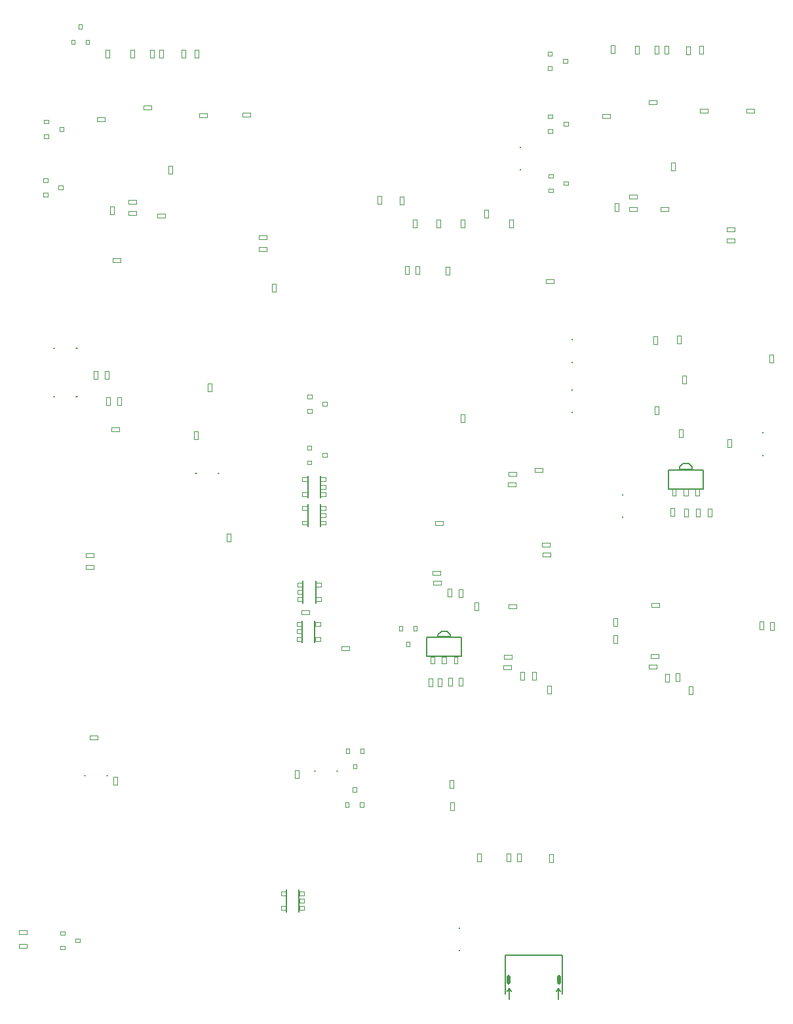
<source format=gbr>
G04 #@! TF.FileFunction,Drawing*
%FSLAX46Y46*%
G04 Gerber Fmt 4.6, Leading zero omitted, Abs format (unit mm)*
G04 Created by KiCad (PCBNEW 4.0.6) date Sunday, November 05, 2017 'PMt' 08:57:24 PM*
%MOMM*%
%LPD*%
G01*
G04 APERTURE LIST*
%ADD10C,0.100000*%
%ADD11C,0.025400*%
%ADD12C,0.066040*%
%ADD13C,0.152400*%
%ADD14C,0.127000*%
%ADD15C,0.508000*%
%ADD16C,0.198120*%
G04 APERTURE END LIST*
D10*
D11*
X116286000Y-94852000D02*
X116794000Y-94852000D01*
X116286000Y-95868000D02*
X116286000Y-94852000D01*
X116794000Y-95868000D02*
X116286000Y-95868000D01*
X116794000Y-94852000D02*
X116794000Y-95868000D01*
X126928000Y-101836000D02*
X126928000Y-102344000D01*
X125912000Y-101836000D02*
X126928000Y-101836000D01*
X125912000Y-102344000D02*
X125912000Y-101836000D01*
X126928000Y-102344000D02*
X125912000Y-102344000D01*
X123448000Y-104174000D02*
X122432000Y-104174000D01*
X122432000Y-104174000D02*
X122432000Y-103666000D01*
X122432000Y-103666000D02*
X123448000Y-103666000D01*
X123448000Y-103666000D02*
X123448000Y-104174000D01*
X123468000Y-102326000D02*
X123468000Y-102834000D01*
X122452000Y-102326000D02*
X123468000Y-102326000D01*
X122452000Y-102834000D02*
X122452000Y-102326000D01*
X123468000Y-102834000D02*
X122452000Y-102834000D01*
X60283000Y-162044000D02*
X59267000Y-162044000D01*
X59267000Y-162044000D02*
X59267000Y-161536000D01*
X59267000Y-161536000D02*
X60283000Y-161536000D01*
X60283000Y-161536000D02*
X60283000Y-162044000D01*
X60258000Y-163261000D02*
X60258000Y-163769000D01*
X59242000Y-163261000D02*
X60258000Y-163261000D01*
X59242000Y-163769000D02*
X59242000Y-163261000D01*
X60258000Y-163769000D02*
X59242000Y-163769000D01*
X96758000Y-120714000D02*
X95742000Y-120714000D01*
X95742000Y-120714000D02*
X95742000Y-120206000D01*
X95742000Y-120206000D02*
X96758000Y-120206000D01*
X96758000Y-120206000D02*
X96758000Y-120714000D01*
X100912000Y-125344000D02*
X100912000Y-124836000D01*
X101928000Y-125344000D02*
X100912000Y-125344000D01*
X101928000Y-124836000D02*
X101928000Y-125344000D01*
X100912000Y-124836000D02*
X101928000Y-124836000D01*
X89108000Y-56444000D02*
X88092000Y-56444000D01*
X88092000Y-56444000D02*
X88092000Y-55936000D01*
X88092000Y-55936000D02*
X89108000Y-55936000D01*
X89108000Y-55936000D02*
X89108000Y-56444000D01*
X71392000Y-75244000D02*
X71392000Y-74736000D01*
X72408000Y-75244000D02*
X71392000Y-75244000D01*
X72408000Y-74736000D02*
X72408000Y-75244000D01*
X71392000Y-74736000D02*
X72408000Y-74736000D01*
X69292000Y-56994000D02*
X69292000Y-56486000D01*
X70308000Y-56994000D02*
X69292000Y-56994000D01*
X70308000Y-56486000D02*
X70308000Y-56994000D01*
X69292000Y-56486000D02*
X70308000Y-56486000D01*
X70546000Y-93698000D02*
X70546000Y-92682000D01*
X70546000Y-92682000D02*
X71054000Y-92682000D01*
X71054000Y-92682000D02*
X71054000Y-93698000D01*
X71054000Y-93698000D02*
X70546000Y-93698000D01*
X71971000Y-93698000D02*
X71971000Y-92682000D01*
X71971000Y-92682000D02*
X72479000Y-92682000D01*
X72479000Y-92682000D02*
X72479000Y-93698000D01*
X72479000Y-93698000D02*
X71971000Y-93698000D01*
X83558000Y-55986000D02*
X83558000Y-56494000D01*
X82542000Y-55986000D02*
X83558000Y-55986000D01*
X82542000Y-56494000D02*
X82542000Y-55986000D01*
X83558000Y-56494000D02*
X82542000Y-56494000D01*
X90192000Y-73286000D02*
X91208000Y-73286000D01*
X91208000Y-73286000D02*
X91208000Y-73794000D01*
X91208000Y-73794000D02*
X90192000Y-73794000D01*
X90192000Y-73794000D02*
X90192000Y-73286000D01*
X90192000Y-71786000D02*
X91208000Y-71786000D01*
X91208000Y-71786000D02*
X91208000Y-72294000D01*
X91208000Y-72294000D02*
X90192000Y-72294000D01*
X90192000Y-72294000D02*
X90192000Y-71786000D01*
X69429000Y-90298000D02*
X68921000Y-90298000D01*
X69429000Y-89282000D02*
X69429000Y-90298000D01*
X68921000Y-89282000D02*
X69429000Y-89282000D01*
X68921000Y-90298000D02*
X68921000Y-89282000D01*
X72183000Y-96611000D02*
X72183000Y-97119000D01*
X71167000Y-96611000D02*
X72183000Y-96611000D01*
X71167000Y-97119000D02*
X71167000Y-96611000D01*
X72183000Y-97119000D02*
X71167000Y-97119000D01*
X83596000Y-90907000D02*
X84104000Y-90907000D01*
X83596000Y-91923000D02*
X83596000Y-90907000D01*
X84104000Y-91923000D02*
X83596000Y-91923000D01*
X84104000Y-90907000D02*
X84104000Y-91923000D01*
X82379000Y-98098000D02*
X81871000Y-98098000D01*
X82379000Y-97082000D02*
X82379000Y-98098000D01*
X81871000Y-97082000D02*
X82379000Y-97082000D01*
X81871000Y-98098000D02*
X81871000Y-97082000D01*
X70879000Y-89282000D02*
X70879000Y-90298000D01*
X70879000Y-90298000D02*
X70371000Y-90298000D01*
X70371000Y-90298000D02*
X70371000Y-89282000D01*
X70371000Y-89282000D02*
X70879000Y-89282000D01*
X79054000Y-63798000D02*
X78546000Y-63798000D01*
X79054000Y-62782000D02*
X79054000Y-63798000D01*
X78546000Y-62782000D02*
X79054000Y-62782000D01*
X78546000Y-63798000D02*
X78546000Y-62782000D01*
X76358000Y-55544000D02*
X75342000Y-55544000D01*
X75342000Y-55544000D02*
X75342000Y-55036000D01*
X75342000Y-55036000D02*
X76358000Y-55036000D01*
X76358000Y-55036000D02*
X76358000Y-55544000D01*
X78158000Y-69444000D02*
X77142000Y-69444000D01*
X77142000Y-69444000D02*
X77142000Y-68936000D01*
X77142000Y-68936000D02*
X78158000Y-68936000D01*
X78158000Y-68936000D02*
X78158000Y-69444000D01*
X73392000Y-67694000D02*
X73392000Y-67186000D01*
X74408000Y-67694000D02*
X73392000Y-67694000D01*
X74408000Y-67186000D02*
X74408000Y-67694000D01*
X73392000Y-67186000D02*
X74408000Y-67186000D01*
X73392000Y-68636000D02*
X74408000Y-68636000D01*
X74408000Y-68636000D02*
X74408000Y-69144000D01*
X74408000Y-69144000D02*
X73392000Y-69144000D01*
X73392000Y-69144000D02*
X73392000Y-68636000D01*
X86071000Y-110257000D02*
X86579000Y-110257000D01*
X86071000Y-111273000D02*
X86071000Y-110257000D01*
X86579000Y-111273000D02*
X86071000Y-111273000D01*
X86579000Y-110257000D02*
X86579000Y-111273000D01*
X71554000Y-68082000D02*
X71554000Y-69098000D01*
X71554000Y-69098000D02*
X71046000Y-69098000D01*
X71046000Y-69098000D02*
X71046000Y-68082000D01*
X71046000Y-68082000D02*
X71554000Y-68082000D01*
X81896000Y-47832000D02*
X82404000Y-47832000D01*
X81896000Y-48848000D02*
X81896000Y-47832000D01*
X82404000Y-48848000D02*
X81896000Y-48848000D01*
X82404000Y-47832000D02*
X82404000Y-48848000D01*
X80754000Y-47832000D02*
X80754000Y-48848000D01*
X80754000Y-48848000D02*
X80246000Y-48848000D01*
X80246000Y-48848000D02*
X80246000Y-47832000D01*
X80246000Y-47832000D02*
X80754000Y-47832000D01*
X76146000Y-47832000D02*
X76654000Y-47832000D01*
X76146000Y-48848000D02*
X76146000Y-47832000D01*
X76654000Y-48848000D02*
X76146000Y-48848000D01*
X76654000Y-47832000D02*
X76654000Y-48848000D01*
X73646000Y-47832000D02*
X74154000Y-47832000D01*
X73646000Y-48848000D02*
X73646000Y-47832000D01*
X74154000Y-48848000D02*
X73646000Y-48848000D01*
X74154000Y-47832000D02*
X74154000Y-48848000D01*
X70446000Y-47832000D02*
X70954000Y-47832000D01*
X70446000Y-48848000D02*
X70446000Y-47832000D01*
X70954000Y-48848000D02*
X70446000Y-48848000D01*
X70954000Y-47832000D02*
X70954000Y-48848000D01*
X77904000Y-47782000D02*
X77904000Y-48798000D01*
X77904000Y-48798000D02*
X77396000Y-48798000D01*
X77396000Y-48798000D02*
X77396000Y-47782000D01*
X77396000Y-47782000D02*
X77904000Y-47782000D01*
X114396000Y-76848000D02*
X114396000Y-75832000D01*
X114396000Y-75832000D02*
X114904000Y-75832000D01*
X114904000Y-75832000D02*
X114904000Y-76848000D01*
X114904000Y-76848000D02*
X114396000Y-76848000D01*
X109654000Y-76798000D02*
X109146000Y-76798000D01*
X109654000Y-75782000D02*
X109654000Y-76798000D01*
X109146000Y-75782000D02*
X109654000Y-75782000D01*
X109146000Y-76798000D02*
X109146000Y-75782000D01*
X111004000Y-76798000D02*
X110496000Y-76798000D01*
X111004000Y-75782000D02*
X111004000Y-76798000D01*
X110496000Y-75782000D02*
X111004000Y-75782000D01*
X110496000Y-76798000D02*
X110496000Y-75782000D01*
X106054000Y-67698000D02*
X105546000Y-67698000D01*
X106054000Y-66682000D02*
X106054000Y-67698000D01*
X105546000Y-66682000D02*
X106054000Y-66682000D01*
X105546000Y-67698000D02*
X105546000Y-66682000D01*
X108396000Y-67748000D02*
X108396000Y-66732000D01*
X108396000Y-66732000D02*
X108904000Y-66732000D01*
X108904000Y-66732000D02*
X108904000Y-67748000D01*
X108904000Y-67748000D02*
X108396000Y-67748000D01*
X67867000Y-114361000D02*
X68883000Y-114361000D01*
X68883000Y-114361000D02*
X68883000Y-114869000D01*
X68883000Y-114869000D02*
X67867000Y-114869000D01*
X67867000Y-114869000D02*
X67867000Y-114361000D01*
X67867000Y-113344000D02*
X67867000Y-112836000D01*
X68883000Y-113344000D02*
X67867000Y-113344000D01*
X68883000Y-112836000D02*
X68883000Y-113344000D01*
X67867000Y-112836000D02*
X68883000Y-112836000D01*
X146666000Y-107052000D02*
X147174000Y-107052000D01*
X146666000Y-108068000D02*
X146666000Y-107052000D01*
X147174000Y-108068000D02*
X146666000Y-108068000D01*
X147174000Y-107052000D02*
X147174000Y-108068000D01*
X148714000Y-107052000D02*
X148714000Y-108068000D01*
X148714000Y-108068000D02*
X148206000Y-108068000D01*
X148206000Y-108068000D02*
X148206000Y-107052000D01*
X148206000Y-107052000D02*
X148714000Y-107052000D01*
X145664000Y-107032000D02*
X145664000Y-108048000D01*
X145664000Y-108048000D02*
X145156000Y-108048000D01*
X145156000Y-108048000D02*
X145156000Y-107032000D01*
X145156000Y-107032000D02*
X145664000Y-107032000D01*
X143386000Y-107012000D02*
X143894000Y-107012000D01*
X143386000Y-108028000D02*
X143386000Y-107012000D01*
X143894000Y-108028000D02*
X143386000Y-108028000D01*
X143894000Y-107012000D02*
X143894000Y-108028000D01*
X122596000Y-69732000D02*
X123104000Y-69732000D01*
X122596000Y-70748000D02*
X122596000Y-69732000D01*
X123104000Y-70748000D02*
X122596000Y-70748000D01*
X123104000Y-69732000D02*
X123104000Y-70748000D01*
X119904000Y-68482000D02*
X119904000Y-69498000D01*
X119904000Y-69498000D02*
X119396000Y-69498000D01*
X119396000Y-69498000D02*
X119396000Y-68482000D01*
X119396000Y-68482000D02*
X119904000Y-68482000D01*
X116804000Y-69732000D02*
X116804000Y-70748000D01*
X116804000Y-70748000D02*
X116296000Y-70748000D01*
X116296000Y-70748000D02*
X116296000Y-69732000D01*
X116296000Y-69732000D02*
X116804000Y-69732000D01*
X113196000Y-69732000D02*
X113704000Y-69732000D01*
X113196000Y-70748000D02*
X113196000Y-69732000D01*
X113704000Y-70748000D02*
X113196000Y-70748000D01*
X113704000Y-69732000D02*
X113704000Y-70748000D01*
X110604000Y-69732000D02*
X110604000Y-70748000D01*
X110604000Y-70748000D02*
X110096000Y-70748000D01*
X110096000Y-70748000D02*
X110096000Y-69732000D01*
X110096000Y-69732000D02*
X110604000Y-69732000D01*
X68417000Y-136844000D02*
X68417000Y-136336000D01*
X69433000Y-136844000D02*
X68417000Y-136844000D01*
X69433000Y-136336000D02*
X69433000Y-136844000D01*
X68417000Y-136336000D02*
X69433000Y-136336000D01*
X71421000Y-142698000D02*
X71421000Y-141682000D01*
X71421000Y-141682000D02*
X71929000Y-141682000D01*
X71929000Y-141682000D02*
X71929000Y-142698000D01*
X71929000Y-142698000D02*
X71421000Y-142698000D01*
X92404000Y-79048000D02*
X91896000Y-79048000D01*
X92404000Y-78032000D02*
X92404000Y-79048000D01*
X91896000Y-78032000D02*
X92404000Y-78032000D01*
X91896000Y-79048000D02*
X91896000Y-78032000D01*
X154278000Y-55944000D02*
X153262000Y-55944000D01*
X153262000Y-55944000D02*
X153262000Y-55436000D01*
X153262000Y-55436000D02*
X154278000Y-55436000D01*
X154278000Y-55436000D02*
X154278000Y-55944000D01*
X128308000Y-77436000D02*
X128308000Y-77944000D01*
X127292000Y-77436000D02*
X128308000Y-77436000D01*
X127292000Y-77944000D02*
X127292000Y-77436000D01*
X128308000Y-77944000D02*
X127292000Y-77944000D01*
X134620000Y-56134000D02*
X135636000Y-56134000D01*
X135636000Y-56134000D02*
X135636000Y-56642000D01*
X135636000Y-56642000D02*
X134620000Y-56642000D01*
X134620000Y-56642000D02*
X134620000Y-56134000D01*
X141904000Y-94908000D02*
X141396000Y-94908000D01*
X141904000Y-93892000D02*
X141904000Y-94908000D01*
X141396000Y-93892000D02*
X141904000Y-93892000D01*
X141396000Y-94908000D02*
X141396000Y-93892000D01*
X144886000Y-90908000D02*
X144886000Y-89892000D01*
X144886000Y-89892000D02*
X145394000Y-89892000D01*
X145394000Y-89892000D02*
X145394000Y-90908000D01*
X145394000Y-90908000D02*
X144886000Y-90908000D01*
X148228000Y-55954000D02*
X147212000Y-55954000D01*
X147212000Y-55954000D02*
X147212000Y-55446000D01*
X147212000Y-55446000D02*
X148228000Y-55446000D01*
X148228000Y-55446000D02*
X148228000Y-55954000D01*
X151678000Y-72704000D02*
X150662000Y-72704000D01*
X150662000Y-72704000D02*
X150662000Y-72196000D01*
X150662000Y-72196000D02*
X151678000Y-72196000D01*
X151678000Y-72196000D02*
X151678000Y-72704000D01*
X151708000Y-70786000D02*
X151708000Y-71294000D01*
X150692000Y-70786000D02*
X151708000Y-70786000D01*
X150692000Y-71294000D02*
X150692000Y-70786000D01*
X151708000Y-71294000D02*
X150692000Y-71294000D01*
X144734000Y-85768000D02*
X144226000Y-85768000D01*
X144734000Y-84752000D02*
X144734000Y-85768000D01*
X144226000Y-84752000D02*
X144734000Y-84752000D01*
X144226000Y-85768000D02*
X144226000Y-84752000D01*
X144496000Y-96812000D02*
X145004000Y-96812000D01*
X144496000Y-97828000D02*
X144496000Y-96812000D01*
X145004000Y-97828000D02*
X144496000Y-97828000D01*
X145004000Y-96812000D02*
X145004000Y-97828000D01*
X156196000Y-87142000D02*
X156704000Y-87142000D01*
X156196000Y-88158000D02*
X156196000Y-87142000D01*
X156704000Y-88158000D02*
X156196000Y-88158000D01*
X156704000Y-87142000D02*
X156704000Y-88158000D01*
X151294000Y-99078000D02*
X150786000Y-99078000D01*
X151294000Y-98062000D02*
X151294000Y-99078000D01*
X150786000Y-98062000D02*
X151294000Y-98062000D01*
X150786000Y-99078000D02*
X150786000Y-98062000D01*
X141166000Y-84772000D02*
X141674000Y-84772000D01*
X141166000Y-85788000D02*
X141166000Y-84772000D01*
X141674000Y-85788000D02*
X141166000Y-85788000D01*
X141674000Y-84772000D02*
X141674000Y-85788000D01*
X143486000Y-63408000D02*
X143486000Y-62392000D01*
X143486000Y-62392000D02*
X143994000Y-62392000D01*
X143994000Y-62392000D02*
X143994000Y-63408000D01*
X143994000Y-63408000D02*
X143486000Y-63408000D01*
X141588000Y-54854000D02*
X140572000Y-54854000D01*
X140572000Y-54854000D02*
X140572000Y-54346000D01*
X140572000Y-54346000D02*
X141588000Y-54346000D01*
X141588000Y-54346000D02*
X141588000Y-54854000D01*
X143118000Y-68644000D02*
X142102000Y-68644000D01*
X142102000Y-68644000D02*
X142102000Y-68136000D01*
X142102000Y-68136000D02*
X143118000Y-68136000D01*
X143118000Y-68136000D02*
X143118000Y-68644000D01*
X138062000Y-67064000D02*
X138062000Y-66556000D01*
X139078000Y-67064000D02*
X138062000Y-67064000D01*
X139078000Y-66556000D02*
X139078000Y-67064000D01*
X138062000Y-66556000D02*
X139078000Y-66556000D01*
X138072000Y-68096000D02*
X139088000Y-68096000D01*
X139088000Y-68096000D02*
X139088000Y-68604000D01*
X139088000Y-68604000D02*
X138072000Y-68604000D01*
X138072000Y-68604000D02*
X138072000Y-68096000D01*
X94916000Y-140892000D02*
X95424000Y-140892000D01*
X94916000Y-141908000D02*
X94916000Y-140892000D01*
X95424000Y-141908000D02*
X94916000Y-141908000D01*
X95424000Y-140892000D02*
X95424000Y-141908000D01*
X136246000Y-67582000D02*
X136754000Y-67582000D01*
X136246000Y-68598000D02*
X136246000Y-67582000D01*
X136754000Y-68598000D02*
X136246000Y-68598000D01*
X136754000Y-67582000D02*
X136754000Y-68598000D01*
X147594000Y-47322000D02*
X147594000Y-48338000D01*
X147594000Y-48338000D02*
X147086000Y-48338000D01*
X147086000Y-48338000D02*
X147086000Y-47322000D01*
X147086000Y-47322000D02*
X147594000Y-47322000D01*
X145944000Y-47342000D02*
X145944000Y-48358000D01*
X145944000Y-48358000D02*
X145436000Y-48358000D01*
X145436000Y-48358000D02*
X145436000Y-47342000D01*
X145436000Y-47342000D02*
X145944000Y-47342000D01*
X141376000Y-47302000D02*
X141884000Y-47302000D01*
X141376000Y-48318000D02*
X141376000Y-47302000D01*
X141884000Y-48318000D02*
X141376000Y-48318000D01*
X141884000Y-47302000D02*
X141884000Y-48318000D01*
X139324000Y-47282000D02*
X139324000Y-48298000D01*
X139324000Y-48298000D02*
X138816000Y-48298000D01*
X138816000Y-48298000D02*
X138816000Y-47282000D01*
X138816000Y-47282000D02*
X139324000Y-47282000D01*
X136174000Y-47242000D02*
X136174000Y-48258000D01*
X136174000Y-48258000D02*
X135666000Y-48258000D01*
X135666000Y-48258000D02*
X135666000Y-47242000D01*
X135666000Y-47242000D02*
X136174000Y-47242000D01*
X143144000Y-47282000D02*
X143144000Y-48298000D01*
X143144000Y-48298000D02*
X142636000Y-48298000D01*
X142636000Y-48298000D02*
X142636000Y-47282000D01*
X142636000Y-47282000D02*
X143144000Y-47282000D01*
X125496000Y-128152000D02*
X126004000Y-128152000D01*
X125496000Y-129168000D02*
X125496000Y-128152000D01*
X126004000Y-129168000D02*
X125496000Y-129168000D01*
X126004000Y-128152000D02*
X126004000Y-129168000D01*
X124554000Y-128182000D02*
X124554000Y-129198000D01*
X124554000Y-129198000D02*
X124046000Y-129198000D01*
X124046000Y-129198000D02*
X124046000Y-128182000D01*
X124046000Y-128182000D02*
X124554000Y-128182000D01*
X144624000Y-128352000D02*
X144624000Y-129368000D01*
X144624000Y-129368000D02*
X144116000Y-129368000D01*
X144116000Y-129368000D02*
X144116000Y-128352000D01*
X144116000Y-128352000D02*
X144624000Y-128352000D01*
X143224000Y-128382000D02*
X143224000Y-129398000D01*
X143224000Y-129398000D02*
X142716000Y-129398000D01*
X142716000Y-129398000D02*
X142716000Y-128382000D01*
X142716000Y-128382000D02*
X143224000Y-128382000D01*
X122858000Y-127774000D02*
X121842000Y-127774000D01*
X121842000Y-127774000D02*
X121842000Y-127266000D01*
X121842000Y-127266000D02*
X122858000Y-127266000D01*
X122858000Y-127266000D02*
X122858000Y-127774000D01*
X122898000Y-125916000D02*
X122898000Y-126424000D01*
X121882000Y-125916000D02*
X122898000Y-125916000D01*
X121882000Y-126424000D02*
X121882000Y-125916000D01*
X122898000Y-126424000D02*
X121882000Y-126424000D01*
X141608000Y-127256000D02*
X141608000Y-127764000D01*
X140592000Y-127256000D02*
X141608000Y-127256000D01*
X140592000Y-127764000D02*
X140592000Y-127256000D01*
X141608000Y-127764000D02*
X140592000Y-127764000D01*
X141908000Y-125876000D02*
X141908000Y-126384000D01*
X140892000Y-125876000D02*
X141908000Y-125876000D01*
X140892000Y-126384000D02*
X140892000Y-125876000D01*
X141908000Y-126384000D02*
X140892000Y-126384000D01*
X123548000Y-119406000D02*
X123548000Y-119914000D01*
X122532000Y-119406000D02*
X123548000Y-119406000D01*
X122532000Y-119914000D02*
X122532000Y-119406000D01*
X123548000Y-119914000D02*
X122532000Y-119914000D01*
X141928000Y-119774000D02*
X140912000Y-119774000D01*
X140912000Y-119774000D02*
X140912000Y-119266000D01*
X140912000Y-119266000D02*
X141928000Y-119266000D01*
X141928000Y-119266000D02*
X141928000Y-119774000D01*
X127964000Y-129952000D02*
X127964000Y-130968000D01*
X127964000Y-130968000D02*
X127456000Y-130968000D01*
X127456000Y-130968000D02*
X127456000Y-129952000D01*
X127456000Y-129952000D02*
X127964000Y-129952000D01*
X136584000Y-123412000D02*
X136584000Y-124428000D01*
X136584000Y-124428000D02*
X136076000Y-124428000D01*
X136076000Y-124428000D02*
X136076000Y-123412000D01*
X136076000Y-123412000D02*
X136584000Y-123412000D01*
X136066000Y-122198000D02*
X136066000Y-121182000D01*
X136066000Y-121182000D02*
X136574000Y-121182000D01*
X136574000Y-121182000D02*
X136574000Y-122198000D01*
X136574000Y-122198000D02*
X136066000Y-122198000D01*
X145806000Y-130032000D02*
X146314000Y-130032000D01*
X145806000Y-131048000D02*
X145806000Y-130032000D01*
X146314000Y-131048000D02*
X145806000Y-131048000D01*
X146314000Y-130032000D02*
X146314000Y-131048000D01*
X155384000Y-122688000D02*
X154876000Y-122688000D01*
X155384000Y-121672000D02*
X155384000Y-122688000D01*
X154876000Y-121672000D02*
X155384000Y-121672000D01*
X154876000Y-122688000D02*
X154876000Y-121672000D01*
X156306000Y-122718000D02*
X156306000Y-121702000D01*
X156306000Y-121702000D02*
X156814000Y-121702000D01*
X156814000Y-121702000D02*
X156814000Y-122718000D01*
X156814000Y-122718000D02*
X156306000Y-122718000D01*
X127706000Y-151692000D02*
X128214000Y-151692000D01*
X127706000Y-152708000D02*
X127706000Y-151692000D01*
X128214000Y-152708000D02*
X127706000Y-152708000D01*
X128214000Y-151692000D02*
X128214000Y-152708000D01*
X124084000Y-151612000D02*
X124084000Y-152628000D01*
X124084000Y-152628000D02*
X123576000Y-152628000D01*
X123576000Y-152628000D02*
X123576000Y-151612000D01*
X123576000Y-151612000D02*
X124084000Y-151612000D01*
X118944000Y-151632000D02*
X118944000Y-152648000D01*
X118944000Y-152648000D02*
X118436000Y-152648000D01*
X118436000Y-152648000D02*
X118436000Y-151632000D01*
X118436000Y-151632000D02*
X118944000Y-151632000D01*
X122236000Y-151612000D02*
X122744000Y-151612000D01*
X122236000Y-152628000D02*
X122236000Y-151612000D01*
X122744000Y-152628000D02*
X122236000Y-152628000D01*
X122744000Y-151612000D02*
X122744000Y-152628000D01*
X114916000Y-145998000D02*
X114916000Y-144982000D01*
X114916000Y-144982000D02*
X115424000Y-144982000D01*
X115424000Y-144982000D02*
X115424000Y-145998000D01*
X115424000Y-145998000D02*
X114916000Y-145998000D01*
X115404000Y-142102000D02*
X115404000Y-143118000D01*
X115404000Y-143118000D02*
X114896000Y-143118000D01*
X114896000Y-143118000D02*
X114896000Y-142102000D01*
X114896000Y-142102000D02*
X115404000Y-142102000D01*
X113376000Y-129002000D02*
X113884000Y-129002000D01*
X113376000Y-130018000D02*
X113376000Y-129002000D01*
X113884000Y-130018000D02*
X113376000Y-130018000D01*
X113884000Y-129002000D02*
X113884000Y-130018000D01*
X112634000Y-128982000D02*
X112634000Y-129998000D01*
X112634000Y-129998000D02*
X112126000Y-129998000D01*
X112126000Y-129998000D02*
X112126000Y-128982000D01*
X112126000Y-128982000D02*
X112634000Y-128982000D01*
X114716000Y-128922000D02*
X115224000Y-128922000D01*
X114716000Y-129938000D02*
X114716000Y-128922000D01*
X115224000Y-129938000D02*
X114716000Y-129938000D01*
X115224000Y-128922000D02*
X115224000Y-129938000D01*
X116564000Y-128922000D02*
X116564000Y-129938000D01*
X116564000Y-129938000D02*
X116056000Y-129938000D01*
X116056000Y-129938000D02*
X116056000Y-128922000D01*
X116056000Y-128922000D02*
X116564000Y-128922000D01*
X118554000Y-119172000D02*
X118554000Y-120188000D01*
X118554000Y-120188000D02*
X118046000Y-120188000D01*
X118046000Y-120188000D02*
X118046000Y-119172000D01*
X118046000Y-119172000D02*
X118554000Y-119172000D01*
X113728000Y-116894000D02*
X112712000Y-116894000D01*
X112712000Y-116894000D02*
X112712000Y-116386000D01*
X112712000Y-116386000D02*
X113728000Y-116386000D01*
X113728000Y-116386000D02*
X113728000Y-116894000D01*
X126852000Y-113254000D02*
X126852000Y-112746000D01*
X127868000Y-113254000D02*
X126852000Y-113254000D01*
X127868000Y-112746000D02*
X127868000Y-113254000D01*
X126852000Y-112746000D02*
X127868000Y-112746000D01*
X113718000Y-115136000D02*
X113718000Y-115644000D01*
X112702000Y-115136000D02*
X113718000Y-115136000D01*
X112702000Y-115644000D02*
X112702000Y-115136000D01*
X113718000Y-115644000D02*
X112702000Y-115644000D01*
X126832000Y-111486000D02*
X127848000Y-111486000D01*
X127848000Y-111486000D02*
X127848000Y-111994000D01*
X127848000Y-111994000D02*
X126832000Y-111994000D01*
X126832000Y-111994000D02*
X126832000Y-111486000D01*
X114048000Y-108706000D02*
X114048000Y-109214000D01*
X113032000Y-108706000D02*
X114048000Y-108706000D01*
X113032000Y-109214000D02*
X113032000Y-108706000D01*
X114048000Y-109214000D02*
X113032000Y-109214000D01*
X115164000Y-117432000D02*
X115164000Y-118448000D01*
X115164000Y-118448000D02*
X114656000Y-118448000D01*
X114656000Y-118448000D02*
X114656000Y-117432000D01*
X114656000Y-117432000D02*
X115164000Y-117432000D01*
X116036000Y-117452000D02*
X116544000Y-117452000D01*
X116036000Y-118468000D02*
X116036000Y-117452000D01*
X116544000Y-118468000D02*
X116036000Y-118468000D01*
X116544000Y-117452000D02*
X116544000Y-118468000D01*
D12*
X96457140Y-98971600D02*
X97038800Y-98971600D01*
X97038800Y-98971600D02*
X97038800Y-99428800D01*
X96457140Y-99428800D02*
X97038800Y-99428800D01*
X96457140Y-98971600D02*
X96457140Y-99428800D01*
X96457140Y-100851200D02*
X97038800Y-100851200D01*
X97038800Y-100851200D02*
X97038800Y-101308400D01*
X96457140Y-101308400D02*
X97038800Y-101308400D01*
X96457140Y-100851200D02*
X96457140Y-101308400D01*
X98461200Y-99911400D02*
X99042860Y-99911400D01*
X99042860Y-99911400D02*
X99042860Y-100368600D01*
X98461200Y-100368600D02*
X99042860Y-100368600D01*
X98461200Y-99911400D02*
X98461200Y-100368600D01*
X102351400Y-143608800D02*
X102808600Y-143608800D01*
X102808600Y-143608800D02*
X102808600Y-143027140D01*
X102351400Y-143027140D02*
X102808600Y-143027140D01*
X102351400Y-143608800D02*
X102351400Y-143027140D01*
X103291200Y-145612860D02*
X103748400Y-145612860D01*
X103748400Y-145612860D02*
X103748400Y-145031200D01*
X103291200Y-145031200D02*
X103748400Y-145031200D01*
X103291200Y-145612860D02*
X103291200Y-145031200D01*
X101411600Y-145612860D02*
X101868800Y-145612860D01*
X101868800Y-145612860D02*
X101868800Y-145031200D01*
X101411600Y-145031200D02*
X101868800Y-145031200D01*
X101411600Y-145612860D02*
X101411600Y-145031200D01*
X96467140Y-92361600D02*
X97048800Y-92361600D01*
X97048800Y-92361600D02*
X97048800Y-92818800D01*
X96467140Y-92818800D02*
X97048800Y-92818800D01*
X96467140Y-92361600D02*
X96467140Y-92818800D01*
X96467140Y-94241200D02*
X97048800Y-94241200D01*
X97048800Y-94241200D02*
X97048800Y-94698400D01*
X96467140Y-94698400D02*
X97048800Y-94698400D01*
X96467140Y-94241200D02*
X96467140Y-94698400D01*
X98471200Y-93301400D02*
X99052860Y-93301400D01*
X99052860Y-93301400D02*
X99052860Y-93758600D01*
X98471200Y-93758600D02*
X99052860Y-93758600D01*
X98471200Y-93301400D02*
X98471200Y-93758600D01*
X66561200Y-162591400D02*
X66561200Y-163048600D01*
X66561200Y-163048600D02*
X67142860Y-163048600D01*
X67142860Y-162591400D02*
X67142860Y-163048600D01*
X66561200Y-162591400D02*
X67142860Y-162591400D01*
X64557140Y-163531200D02*
X64557140Y-163988400D01*
X64557140Y-163988400D02*
X65138800Y-163988400D01*
X65138800Y-163531200D02*
X65138800Y-163988400D01*
X64557140Y-163531200D02*
X65138800Y-163531200D01*
X64557140Y-161651600D02*
X64557140Y-162108800D01*
X64557140Y-162108800D02*
X65138800Y-162108800D01*
X65138800Y-161651600D02*
X65138800Y-162108800D01*
X64557140Y-161651600D02*
X65138800Y-161651600D01*
X102858600Y-140051200D02*
X102401400Y-140051200D01*
X102401400Y-140051200D02*
X102401400Y-140632860D01*
X102858600Y-140632860D02*
X102401400Y-140632860D01*
X102858600Y-140051200D02*
X102858600Y-140632860D01*
X101918800Y-138047140D02*
X101461600Y-138047140D01*
X101461600Y-138047140D02*
X101461600Y-138628800D01*
X101918800Y-138628800D02*
X101461600Y-138628800D01*
X101918800Y-138047140D02*
X101918800Y-138628800D01*
X103798400Y-138047140D02*
X103341200Y-138047140D01*
X103341200Y-138047140D02*
X103341200Y-138628800D01*
X103798400Y-138628800D02*
X103341200Y-138628800D01*
X103798400Y-138047140D02*
X103798400Y-138628800D01*
X65981600Y-47082860D02*
X65981600Y-46501200D01*
X65981600Y-46501200D02*
X66438800Y-46501200D01*
X66438800Y-47082860D02*
X66438800Y-46501200D01*
X65981600Y-47082860D02*
X66438800Y-47082860D01*
X67861200Y-47082860D02*
X67861200Y-46501200D01*
X67861200Y-46501200D02*
X68318400Y-46501200D01*
X68318400Y-47082860D02*
X68318400Y-46501200D01*
X67861200Y-47082860D02*
X68318400Y-47082860D01*
X66921400Y-45078800D02*
X66921400Y-44497140D01*
X66921400Y-44497140D02*
X67378600Y-44497140D01*
X67378600Y-45078800D02*
X67378600Y-44497140D01*
X66921400Y-45078800D02*
X67378600Y-45078800D01*
X62357140Y-64421600D02*
X62938800Y-64421600D01*
X62938800Y-64421600D02*
X62938800Y-64878800D01*
X62357140Y-64878800D02*
X62938800Y-64878800D01*
X62357140Y-64421600D02*
X62357140Y-64878800D01*
X62357140Y-66301200D02*
X62938800Y-66301200D01*
X62938800Y-66301200D02*
X62938800Y-66758400D01*
X62357140Y-66758400D02*
X62938800Y-66758400D01*
X62357140Y-66301200D02*
X62357140Y-66758400D01*
X64361200Y-65361400D02*
X64942860Y-65361400D01*
X64942860Y-65361400D02*
X64942860Y-65818600D01*
X64361200Y-65818600D02*
X64942860Y-65818600D01*
X64361200Y-65361400D02*
X64361200Y-65818600D01*
X64461200Y-57811400D02*
X64461200Y-58268600D01*
X64461200Y-58268600D02*
X65042860Y-58268600D01*
X65042860Y-57811400D02*
X65042860Y-58268600D01*
X64461200Y-57811400D02*
X65042860Y-57811400D01*
X62457140Y-58751200D02*
X62457140Y-59208400D01*
X62457140Y-59208400D02*
X63038800Y-59208400D01*
X63038800Y-58751200D02*
X63038800Y-59208400D01*
X62457140Y-58751200D02*
X63038800Y-58751200D01*
X62457140Y-56871600D02*
X62457140Y-57328800D01*
X62457140Y-57328800D02*
X63038800Y-57328800D01*
X63038800Y-56871600D02*
X63038800Y-57328800D01*
X62457140Y-56871600D02*
X63038800Y-56871600D01*
X127537140Y-48071600D02*
X128118800Y-48071600D01*
X128118800Y-48071600D02*
X128118800Y-48528800D01*
X127537140Y-48528800D02*
X128118800Y-48528800D01*
X127537140Y-48071600D02*
X127537140Y-48528800D01*
X127537140Y-49951200D02*
X128118800Y-49951200D01*
X128118800Y-49951200D02*
X128118800Y-50408400D01*
X127537140Y-50408400D02*
X128118800Y-50408400D01*
X127537140Y-49951200D02*
X127537140Y-50408400D01*
X129541200Y-49011400D02*
X130122860Y-49011400D01*
X130122860Y-49011400D02*
X130122860Y-49468600D01*
X129541200Y-49468600D02*
X130122860Y-49468600D01*
X129541200Y-49011400D02*
X129541200Y-49468600D01*
X129641200Y-64801400D02*
X129641200Y-65258600D01*
X129641200Y-65258600D02*
X130222860Y-65258600D01*
X130222860Y-64801400D02*
X130222860Y-65258600D01*
X129641200Y-64801400D02*
X130222860Y-64801400D01*
X127637140Y-65741200D02*
X127637140Y-66198400D01*
X127637140Y-66198400D02*
X128218800Y-66198400D01*
X128218800Y-65741200D02*
X128218800Y-66198400D01*
X127637140Y-65741200D02*
X128218800Y-65741200D01*
X127637140Y-63861600D02*
X127637140Y-64318800D01*
X127637140Y-64318800D02*
X128218800Y-64318800D01*
X128218800Y-63861600D02*
X128218800Y-64318800D01*
X127637140Y-63861600D02*
X128218800Y-63861600D01*
X127567140Y-56191600D02*
X128148800Y-56191600D01*
X128148800Y-56191600D02*
X128148800Y-56648800D01*
X127567140Y-56648800D02*
X128148800Y-56648800D01*
X127567140Y-56191600D02*
X127567140Y-56648800D01*
X127567140Y-58071200D02*
X128148800Y-58071200D01*
X128148800Y-58071200D02*
X128148800Y-58528400D01*
X127567140Y-58528400D02*
X128148800Y-58528400D01*
X127567140Y-58071200D02*
X127567140Y-58528400D01*
X129571200Y-57131400D02*
X130152860Y-57131400D01*
X130152860Y-57131400D02*
X130152860Y-57588600D01*
X129571200Y-57588600D02*
X130152860Y-57588600D01*
X129571200Y-57131400D02*
X129571200Y-57588600D01*
X109728600Y-124261200D02*
X109271400Y-124261200D01*
X109271400Y-124261200D02*
X109271400Y-124842860D01*
X109728600Y-124842860D02*
X109271400Y-124842860D01*
X109728600Y-124261200D02*
X109728600Y-124842860D01*
X108788800Y-122257140D02*
X108331600Y-122257140D01*
X108331600Y-122257140D02*
X108331600Y-122838800D01*
X108788800Y-122838800D02*
X108331600Y-122838800D01*
X108788800Y-122257140D02*
X108788800Y-122838800D01*
X110668400Y-122257140D02*
X110211200Y-122257140D01*
X110211200Y-122257140D02*
X110211200Y-122838800D01*
X110668400Y-122838800D02*
X110211200Y-122838800D01*
X110668400Y-122257140D02*
X110668400Y-122838800D01*
X96098600Y-158913880D02*
X96098600Y-158413500D01*
X96098600Y-158413500D02*
X95448360Y-158413500D01*
X95448360Y-158913880D02*
X95448360Y-158413500D01*
X96098600Y-158913880D02*
X95448360Y-158913880D01*
X96098600Y-157963920D02*
X96098600Y-157466080D01*
X96098600Y-157466080D02*
X95448360Y-157466080D01*
X95448360Y-157963920D02*
X95448360Y-157466080D01*
X96098600Y-157963920D02*
X95448360Y-157963920D01*
X96098600Y-157016500D02*
X96098600Y-156516120D01*
X96098600Y-156516120D02*
X95448360Y-156516120D01*
X95448360Y-157016500D02*
X95448360Y-156516120D01*
X96098600Y-157016500D02*
X95448360Y-157016500D01*
X93751640Y-157016500D02*
X93751640Y-156516120D01*
X93751640Y-156516120D02*
X93101400Y-156516120D01*
X93101400Y-157016500D02*
X93101400Y-156516120D01*
X93751640Y-157016500D02*
X93101400Y-157016500D01*
X93751640Y-158913880D02*
X93751640Y-158413500D01*
X93751640Y-158413500D02*
X93101400Y-158413500D01*
X93101400Y-158913880D02*
X93101400Y-158413500D01*
X93751640Y-158913880D02*
X93101400Y-158913880D01*
D13*
X95410260Y-156292600D02*
X95410260Y-159137400D01*
X93789740Y-159137400D02*
X93789740Y-156292600D01*
X97460260Y-121517600D02*
X97460260Y-124362400D01*
X95839740Y-124362400D02*
X95839740Y-121517600D01*
D12*
X97498360Y-121741120D02*
X98148600Y-121741120D01*
X98148600Y-121741120D02*
X98148600Y-122241500D01*
X97498360Y-122241500D02*
X98148600Y-122241500D01*
X97498360Y-121741120D02*
X97498360Y-122241500D01*
X97498360Y-123638500D02*
X98148600Y-123638500D01*
X98148600Y-123638500D02*
X98148600Y-124138880D01*
X97498360Y-124138880D02*
X98148600Y-124138880D01*
X97498360Y-123638500D02*
X97498360Y-124138880D01*
X95151400Y-123638500D02*
X95801640Y-123638500D01*
X95801640Y-123638500D02*
X95801640Y-124138880D01*
X95151400Y-124138880D02*
X95801640Y-124138880D01*
X95151400Y-123638500D02*
X95151400Y-124138880D01*
X95151400Y-122691080D02*
X95801640Y-122691080D01*
X95801640Y-122691080D02*
X95801640Y-123188920D01*
X95151400Y-123188920D02*
X95801640Y-123188920D01*
X95151400Y-122691080D02*
X95151400Y-123188920D01*
X95151400Y-121741120D02*
X95801640Y-121741120D01*
X95801640Y-121741120D02*
X95801640Y-122241500D01*
X95151400Y-122241500D02*
X95801640Y-122241500D01*
X95151400Y-121741120D02*
X95151400Y-122241500D01*
D13*
X96539740Y-105662400D02*
X96539740Y-102817600D01*
X98160260Y-102817600D02*
X98160260Y-105662400D01*
D12*
X96501640Y-105438880D02*
X95851400Y-105438880D01*
X95851400Y-105438880D02*
X95851400Y-104938500D01*
X96501640Y-104938500D02*
X95851400Y-104938500D01*
X96501640Y-105438880D02*
X96501640Y-104938500D01*
X96501640Y-103541500D02*
X95851400Y-103541500D01*
X95851400Y-103541500D02*
X95851400Y-103041120D01*
X96501640Y-103041120D02*
X95851400Y-103041120D01*
X96501640Y-103541500D02*
X96501640Y-103041120D01*
X98848600Y-103541500D02*
X98198360Y-103541500D01*
X98198360Y-103541500D02*
X98198360Y-103041120D01*
X98848600Y-103041120D02*
X98198360Y-103041120D01*
X98848600Y-103541500D02*
X98848600Y-103041120D01*
X98848600Y-104488920D02*
X98198360Y-104488920D01*
X98198360Y-104488920D02*
X98198360Y-103991080D01*
X98848600Y-103991080D02*
X98198360Y-103991080D01*
X98848600Y-104488920D02*
X98848600Y-103991080D01*
X98848600Y-105438880D02*
X98198360Y-105438880D01*
X98198360Y-105438880D02*
X98198360Y-104938500D01*
X98848600Y-104938500D02*
X98198360Y-104938500D01*
X98848600Y-105438880D02*
X98848600Y-104938500D01*
X98848600Y-109138880D02*
X98848600Y-108638500D01*
X98848600Y-108638500D02*
X98198360Y-108638500D01*
X98198360Y-109138880D02*
X98198360Y-108638500D01*
X98848600Y-109138880D02*
X98198360Y-109138880D01*
X98848600Y-108188920D02*
X98848600Y-107691080D01*
X98848600Y-107691080D02*
X98198360Y-107691080D01*
X98198360Y-108188920D02*
X98198360Y-107691080D01*
X98848600Y-108188920D02*
X98198360Y-108188920D01*
X98848600Y-107241500D02*
X98848600Y-106741120D01*
X98848600Y-106741120D02*
X98198360Y-106741120D01*
X98198360Y-107241500D02*
X98198360Y-106741120D01*
X98848600Y-107241500D02*
X98198360Y-107241500D01*
X96501640Y-107241500D02*
X96501640Y-106741120D01*
X96501640Y-106741120D02*
X95851400Y-106741120D01*
X95851400Y-107241500D02*
X95851400Y-106741120D01*
X96501640Y-107241500D02*
X95851400Y-107241500D01*
X96501640Y-109138880D02*
X96501640Y-108638500D01*
X96501640Y-108638500D02*
X95851400Y-108638500D01*
X95851400Y-109138880D02*
X95851400Y-108638500D01*
X96501640Y-109138880D02*
X95851400Y-109138880D01*
D13*
X98160260Y-106517600D02*
X98160260Y-109362400D01*
X96539740Y-109362400D02*
X96539740Y-106517600D01*
D12*
X95251400Y-116641120D02*
X95251400Y-117141500D01*
X95251400Y-117141500D02*
X95901640Y-117141500D01*
X95901640Y-116641120D02*
X95901640Y-117141500D01*
X95251400Y-116641120D02*
X95901640Y-116641120D01*
X95251400Y-117591080D02*
X95251400Y-118088920D01*
X95251400Y-118088920D02*
X95901640Y-118088920D01*
X95901640Y-117591080D02*
X95901640Y-118088920D01*
X95251400Y-117591080D02*
X95901640Y-117591080D01*
X95251400Y-118538500D02*
X95251400Y-119038880D01*
X95251400Y-119038880D02*
X95901640Y-119038880D01*
X95901640Y-118538500D02*
X95901640Y-119038880D01*
X95251400Y-118538500D02*
X95901640Y-118538500D01*
X97598360Y-118538500D02*
X97598360Y-119038880D01*
X97598360Y-119038880D02*
X98248600Y-119038880D01*
X98248600Y-118538500D02*
X98248600Y-119038880D01*
X97598360Y-118538500D02*
X98248600Y-118538500D01*
X97598360Y-116641120D02*
X97598360Y-117141500D01*
X97598360Y-117141500D02*
X98248600Y-117141500D01*
X98248600Y-116641120D02*
X98248600Y-117141500D01*
X97598360Y-116641120D02*
X98248600Y-116641120D01*
D13*
X95939740Y-119262400D02*
X95939740Y-116417600D01*
X97560260Y-116417600D02*
X97560260Y-119262400D01*
D14*
X122051760Y-169688720D02*
X122051760Y-164690000D01*
X122051760Y-164690000D02*
X129448240Y-164690000D01*
X129448240Y-164690000D02*
X129448240Y-169688720D01*
X122575000Y-170405000D02*
X122575000Y-169008000D01*
X122575000Y-169008000D02*
X122321000Y-169389000D01*
X122575000Y-169008000D02*
X122829000Y-169389000D01*
X128925000Y-170405000D02*
X128925000Y-169008000D01*
X128925000Y-169008000D02*
X128671000Y-169389000D01*
X128925000Y-169008000D02*
X129179000Y-169389000D01*
D15*
X122524200Y-167484000D02*
X122524200Y-168246000D01*
X128975800Y-167484000D02*
X128975800Y-168246000D01*
D14*
X97426400Y-140936960D02*
X97525460Y-140936960D01*
X100324540Y-140936960D02*
X100423600Y-140936960D01*
X63850460Y-86368040D02*
X63751400Y-86368040D01*
X66748600Y-86368040D02*
X66649540Y-86368040D01*
X66748600Y-92568040D02*
X66649540Y-92568040D01*
X63850460Y-92568040D02*
X63751400Y-92568040D01*
X85048600Y-102468040D02*
X84949540Y-102468040D01*
X82150460Y-102468040D02*
X82051400Y-102468040D01*
D16*
X144601600Y-101970140D02*
X144601600Y-101942200D01*
X146176400Y-101970140D02*
X144601600Y-101970140D01*
X146176400Y-101688200D02*
X146176400Y-101970140D01*
X145744600Y-101256400D02*
X146176400Y-101688200D01*
X145033400Y-101256400D02*
X145744600Y-101256400D01*
X144601600Y-101688200D02*
X145033400Y-101256400D01*
X144601600Y-101942200D02*
X144601600Y-101688200D01*
X144601600Y-101970140D02*
X144601600Y-101688200D01*
X146176400Y-101970140D02*
X144601600Y-101970140D01*
X146176400Y-101688200D02*
X146176400Y-101970140D01*
X145744600Y-101256400D02*
X146176400Y-101688200D01*
X145033400Y-101256400D02*
X145744600Y-101256400D01*
X144601600Y-101688200D02*
X145033400Y-101256400D01*
D14*
X143156340Y-102046340D02*
X147621660Y-102046340D01*
X143156340Y-104507600D02*
X143156340Y-102046340D01*
X147621660Y-102046340D02*
X147621660Y-104507600D01*
X147621660Y-104507600D02*
X143156340Y-104507600D01*
D12*
X145109600Y-105371200D02*
X145109600Y-104533000D01*
X145109600Y-104533000D02*
X145668400Y-104533000D01*
X145668400Y-105371200D02*
X145668400Y-104533000D01*
X145109600Y-105371200D02*
X145668400Y-105371200D01*
X146659000Y-105371200D02*
X146659000Y-104533000D01*
X146659000Y-104533000D02*
X147116200Y-104533000D01*
X147116200Y-105371200D02*
X147116200Y-104533000D01*
X146659000Y-105371200D02*
X147116200Y-105371200D01*
X143661800Y-105371200D02*
X143661800Y-104533000D01*
X143661800Y-104533000D02*
X144119000Y-104533000D01*
X144119000Y-105371200D02*
X144119000Y-104533000D01*
X143661800Y-105371200D02*
X144119000Y-105371200D01*
D14*
X67775460Y-141518040D02*
X67676400Y-141518040D01*
X70673600Y-141518040D02*
X70574540Y-141518040D01*
X124021960Y-60440460D02*
X124021960Y-60341400D01*
X124021960Y-63338600D02*
X124021960Y-63239540D01*
X116128040Y-161141400D02*
X116128040Y-161240460D01*
X116128040Y-164039540D02*
X116128040Y-164138600D01*
X130721960Y-91740460D02*
X130721960Y-91641400D01*
X130721960Y-94638600D02*
X130721960Y-94539540D01*
X130721960Y-88163600D02*
X130721960Y-88064540D01*
X130721960Y-85265460D02*
X130721960Y-85166400D01*
X155353040Y-100089540D02*
X155353040Y-100188600D01*
X155353040Y-97191400D02*
X155353040Y-97290460D01*
D12*
X112447800Y-127023200D02*
X112905000Y-127023200D01*
X112905000Y-127023200D02*
X112905000Y-126185000D01*
X112447800Y-126185000D02*
X112905000Y-126185000D01*
X112447800Y-127023200D02*
X112447800Y-126185000D01*
X115445000Y-127023200D02*
X115902200Y-127023200D01*
X115902200Y-127023200D02*
X115902200Y-126185000D01*
X115445000Y-126185000D02*
X115902200Y-126185000D01*
X115445000Y-127023200D02*
X115445000Y-126185000D01*
X113895600Y-127023200D02*
X114454400Y-127023200D01*
X114454400Y-127023200D02*
X114454400Y-126185000D01*
X113895600Y-126185000D02*
X114454400Y-126185000D01*
X113895600Y-127023200D02*
X113895600Y-126185000D01*
D14*
X116407660Y-126159600D02*
X111942340Y-126159600D01*
X116407660Y-123698340D02*
X116407660Y-126159600D01*
X111942340Y-126159600D02*
X111942340Y-123698340D01*
X111942340Y-123698340D02*
X116407660Y-123698340D01*
D16*
X113387600Y-123340200D02*
X113819400Y-122908400D01*
X113819400Y-122908400D02*
X114530600Y-122908400D01*
X114530600Y-122908400D02*
X114962400Y-123340200D01*
X114962400Y-123340200D02*
X114962400Y-123622140D01*
X114962400Y-123622140D02*
X113387600Y-123622140D01*
X113387600Y-123622140D02*
X113387600Y-123340200D01*
X113387600Y-123594200D02*
X113387600Y-123340200D01*
X113387600Y-123340200D02*
X113819400Y-122908400D01*
X113819400Y-122908400D02*
X114530600Y-122908400D01*
X114530600Y-122908400D02*
X114962400Y-123340200D01*
X114962400Y-123340200D02*
X114962400Y-123622140D01*
X114962400Y-123622140D02*
X113387600Y-123622140D01*
X113387600Y-123622140D02*
X113387600Y-123594200D01*
D14*
X137196960Y-108188600D02*
X137196960Y-108089540D01*
X137196960Y-105290460D02*
X137196960Y-105191400D01*
M02*

</source>
